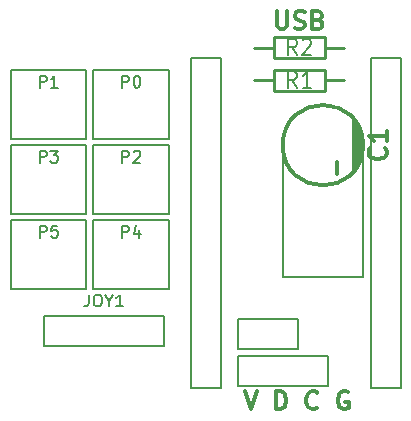
<source format=gbr>
G04 #@! TF.FileFunction,Legend,Top*
%FSLAX46Y46*%
G04 Gerber Fmt 4.6, Leading zero omitted, Abs format (unit mm)*
G04 Created by KiCad (PCBNEW (after 2015-may-01 BZR unknown)-product) date 6/15/2015 7:13:09 PM*
%MOMM*%
G01*
G04 APERTURE LIST*
%ADD10C,0.100000*%
%ADD11C,0.300000*%
%ADD12C,0.150000*%
%ADD13C,0.254000*%
%ADD14C,0.304800*%
%ADD15C,0.203200*%
G04 APERTURE END LIST*
D10*
D11*
X107607143Y-98928571D02*
X107607143Y-100142857D01*
X107678571Y-100285714D01*
X107750000Y-100357143D01*
X107892857Y-100428571D01*
X108178571Y-100428571D01*
X108321429Y-100357143D01*
X108392857Y-100285714D01*
X108464286Y-100142857D01*
X108464286Y-98928571D01*
X109107143Y-100357143D02*
X109321429Y-100428571D01*
X109678572Y-100428571D01*
X109821429Y-100357143D01*
X109892858Y-100285714D01*
X109964286Y-100142857D01*
X109964286Y-100000000D01*
X109892858Y-99857143D01*
X109821429Y-99785714D01*
X109678572Y-99714286D01*
X109392858Y-99642857D01*
X109250000Y-99571429D01*
X109178572Y-99500000D01*
X109107143Y-99357143D01*
X109107143Y-99214286D01*
X109178572Y-99071429D01*
X109250000Y-99000000D01*
X109392858Y-98928571D01*
X109750000Y-98928571D01*
X109964286Y-99000000D01*
X111107143Y-99642857D02*
X111321429Y-99714286D01*
X111392857Y-99785714D01*
X111464286Y-99928571D01*
X111464286Y-100142857D01*
X111392857Y-100285714D01*
X111321429Y-100357143D01*
X111178571Y-100428571D01*
X110607143Y-100428571D01*
X110607143Y-98928571D01*
X111107143Y-98928571D01*
X111250000Y-99000000D01*
X111321429Y-99071429D01*
X111392857Y-99214286D01*
X111392857Y-99357143D01*
X111321429Y-99500000D01*
X111250000Y-99571429D01*
X111107143Y-99642857D01*
X110607143Y-99642857D01*
X104890715Y-131103571D02*
X105390715Y-132603571D01*
X105890715Y-131103571D01*
X107533572Y-132603571D02*
X107533572Y-131103571D01*
X107890715Y-131103571D01*
X108105000Y-131175000D01*
X108247858Y-131317857D01*
X108319286Y-131460714D01*
X108390715Y-131746429D01*
X108390715Y-131960714D01*
X108319286Y-132246429D01*
X108247858Y-132389286D01*
X108105000Y-132532143D01*
X107890715Y-132603571D01*
X107533572Y-132603571D01*
X111033572Y-132460714D02*
X110962143Y-132532143D01*
X110747857Y-132603571D01*
X110605000Y-132603571D01*
X110390715Y-132532143D01*
X110247857Y-132389286D01*
X110176429Y-132246429D01*
X110105000Y-131960714D01*
X110105000Y-131746429D01*
X110176429Y-131460714D01*
X110247857Y-131317857D01*
X110390715Y-131175000D01*
X110605000Y-131103571D01*
X110747857Y-131103571D01*
X110962143Y-131175000D01*
X111033572Y-131246429D01*
X113605000Y-131175000D02*
X113462143Y-131103571D01*
X113247857Y-131103571D01*
X113033572Y-131175000D01*
X112890714Y-131317857D01*
X112819286Y-131460714D01*
X112747857Y-131746429D01*
X112747857Y-131960714D01*
X112819286Y-132246429D01*
X112890714Y-132389286D01*
X113033572Y-132532143D01*
X113247857Y-132603571D01*
X113390714Y-132603571D01*
X113605000Y-132532143D01*
X113676429Y-132460714D01*
X113676429Y-131960714D01*
X113390714Y-131960714D01*
D12*
X102870000Y-102870000D02*
X102870000Y-130810000D01*
X102870000Y-130810000D02*
X100330000Y-130810000D01*
X100330000Y-130810000D02*
X100330000Y-102870000D01*
X102870000Y-102870000D02*
X100330000Y-102870000D01*
X118110000Y-102870000D02*
X118110000Y-130810000D01*
X118110000Y-130810000D02*
X115570000Y-130810000D01*
X115570000Y-130810000D02*
X115570000Y-102870000D01*
X118110000Y-102870000D02*
X115570000Y-102870000D01*
X87884000Y-124714000D02*
X98044000Y-124714000D01*
X98044000Y-124714000D02*
X98044000Y-127254000D01*
X98044000Y-127254000D02*
X87884000Y-127254000D01*
X87884000Y-124714000D02*
X87884000Y-127254000D01*
X109355000Y-124940000D02*
X104275000Y-124940000D01*
X104275000Y-124940000D02*
X104275000Y-127480000D01*
X104275000Y-127480000D02*
X109355000Y-127480000D01*
X109355000Y-127480000D02*
X109355000Y-124940000D01*
X111895000Y-128115000D02*
X104275000Y-128115000D01*
X111895000Y-130655000D02*
X104275000Y-130655000D01*
X104275000Y-128115000D02*
X104275000Y-130655000D01*
X111895000Y-130655000D02*
X111895000Y-128115000D01*
X92050000Y-109715000D02*
X92050000Y-103915000D01*
X92050000Y-103915000D02*
X98450000Y-103915000D01*
X98450000Y-103915000D02*
X98450000Y-109715000D01*
X98450000Y-109715000D02*
X92050000Y-109715000D01*
X85065000Y-109715000D02*
X85065000Y-103915000D01*
X85065000Y-103915000D02*
X91465000Y-103915000D01*
X91465000Y-103915000D02*
X91465000Y-109715000D01*
X91465000Y-109715000D02*
X85065000Y-109715000D01*
X92050000Y-116065000D02*
X92050000Y-110265000D01*
X92050000Y-110265000D02*
X98450000Y-110265000D01*
X98450000Y-110265000D02*
X98450000Y-116065000D01*
X98450000Y-116065000D02*
X92050000Y-116065000D01*
X85065000Y-116065000D02*
X85065000Y-110265000D01*
X85065000Y-110265000D02*
X91465000Y-110265000D01*
X91465000Y-110265000D02*
X91465000Y-116065000D01*
X91465000Y-116065000D02*
X85065000Y-116065000D01*
X92050000Y-122415000D02*
X92050000Y-116615000D01*
X92050000Y-116615000D02*
X98450000Y-116615000D01*
X98450000Y-116615000D02*
X98450000Y-122415000D01*
X98450000Y-122415000D02*
X92050000Y-122415000D01*
X85065000Y-122415000D02*
X85065000Y-116615000D01*
X85065000Y-116615000D02*
X91465000Y-116615000D01*
X91465000Y-116615000D02*
X91465000Y-122415000D01*
X91465000Y-122415000D02*
X85065000Y-122415000D01*
D13*
X107341000Y-104750000D02*
X105690000Y-104750000D01*
X111659000Y-104750000D02*
X113310000Y-104750000D01*
X111659000Y-105639000D02*
X111659000Y-103861000D01*
X111659000Y-103861000D02*
X107341000Y-103861000D01*
X107341000Y-103861000D02*
X107341000Y-105639000D01*
X107341000Y-105639000D02*
X111659000Y-105639000D01*
X107341000Y-102000000D02*
X105690000Y-102000000D01*
X111659000Y-102000000D02*
X113310000Y-102000000D01*
X111659000Y-102889000D02*
X111659000Y-101111000D01*
X111659000Y-101111000D02*
X107341000Y-101111000D01*
X107341000Y-101111000D02*
X107341000Y-102889000D01*
X107341000Y-102889000D02*
X111659000Y-102889000D01*
D12*
X108100000Y-110250000D02*
X108100000Y-121450000D01*
X108100000Y-121450000D02*
X114900000Y-121450000D01*
X114900000Y-110250000D02*
X114900000Y-121450000D01*
D14*
X114100000Y-108150000D02*
X114100000Y-112350000D01*
X114300000Y-108450000D02*
X114300000Y-112050000D01*
X114500000Y-108850000D02*
X114500000Y-111650000D01*
X114700000Y-109450000D02*
X114700000Y-111150000D01*
X114900000Y-110250000D02*
G75*
G03X114900000Y-110250000I-3400000J0D01*
G01*
D11*
X112700000Y-111650000D02*
X112700000Y-112650000D01*
D12*
X91678286Y-122896381D02*
X91678286Y-123610667D01*
X91630666Y-123753524D01*
X91535428Y-123848762D01*
X91392571Y-123896381D01*
X91297333Y-123896381D01*
X92344952Y-122896381D02*
X92535429Y-122896381D01*
X92630667Y-122944000D01*
X92725905Y-123039238D01*
X92773524Y-123229714D01*
X92773524Y-123563048D01*
X92725905Y-123753524D01*
X92630667Y-123848762D01*
X92535429Y-123896381D01*
X92344952Y-123896381D01*
X92249714Y-123848762D01*
X92154476Y-123753524D01*
X92106857Y-123563048D01*
X92106857Y-123229714D01*
X92154476Y-123039238D01*
X92249714Y-122944000D01*
X92344952Y-122896381D01*
X93392571Y-123420190D02*
X93392571Y-123896381D01*
X93059238Y-122896381D02*
X93392571Y-123420190D01*
X93725905Y-122896381D01*
X94583048Y-123896381D02*
X94011619Y-123896381D01*
X94297333Y-123896381D02*
X94297333Y-122896381D01*
X94202095Y-123039238D01*
X94106857Y-123134476D01*
X94011619Y-123182095D01*
X94511905Y-105367381D02*
X94511905Y-104367381D01*
X94892858Y-104367381D01*
X94988096Y-104415000D01*
X95035715Y-104462619D01*
X95083334Y-104557857D01*
X95083334Y-104700714D01*
X95035715Y-104795952D01*
X94988096Y-104843571D01*
X94892858Y-104891190D01*
X94511905Y-104891190D01*
X95702381Y-104367381D02*
X95797620Y-104367381D01*
X95892858Y-104415000D01*
X95940477Y-104462619D01*
X95988096Y-104557857D01*
X96035715Y-104748333D01*
X96035715Y-104986429D01*
X95988096Y-105176905D01*
X95940477Y-105272143D01*
X95892858Y-105319762D01*
X95797620Y-105367381D01*
X95702381Y-105367381D01*
X95607143Y-105319762D01*
X95559524Y-105272143D01*
X95511905Y-105176905D01*
X95464286Y-104986429D01*
X95464286Y-104748333D01*
X95511905Y-104557857D01*
X95559524Y-104462619D01*
X95607143Y-104415000D01*
X95702381Y-104367381D01*
X87526905Y-105367381D02*
X87526905Y-104367381D01*
X87907858Y-104367381D01*
X88003096Y-104415000D01*
X88050715Y-104462619D01*
X88098334Y-104557857D01*
X88098334Y-104700714D01*
X88050715Y-104795952D01*
X88003096Y-104843571D01*
X87907858Y-104891190D01*
X87526905Y-104891190D01*
X89050715Y-105367381D02*
X88479286Y-105367381D01*
X88765000Y-105367381D02*
X88765000Y-104367381D01*
X88669762Y-104510238D01*
X88574524Y-104605476D01*
X88479286Y-104653095D01*
X94511905Y-111717381D02*
X94511905Y-110717381D01*
X94892858Y-110717381D01*
X94988096Y-110765000D01*
X95035715Y-110812619D01*
X95083334Y-110907857D01*
X95083334Y-111050714D01*
X95035715Y-111145952D01*
X94988096Y-111193571D01*
X94892858Y-111241190D01*
X94511905Y-111241190D01*
X95464286Y-110812619D02*
X95511905Y-110765000D01*
X95607143Y-110717381D01*
X95845239Y-110717381D01*
X95940477Y-110765000D01*
X95988096Y-110812619D01*
X96035715Y-110907857D01*
X96035715Y-111003095D01*
X95988096Y-111145952D01*
X95416667Y-111717381D01*
X96035715Y-111717381D01*
X87526905Y-111717381D02*
X87526905Y-110717381D01*
X87907858Y-110717381D01*
X88003096Y-110765000D01*
X88050715Y-110812619D01*
X88098334Y-110907857D01*
X88098334Y-111050714D01*
X88050715Y-111145952D01*
X88003096Y-111193571D01*
X87907858Y-111241190D01*
X87526905Y-111241190D01*
X88431667Y-110717381D02*
X89050715Y-110717381D01*
X88717381Y-111098333D01*
X88860239Y-111098333D01*
X88955477Y-111145952D01*
X89003096Y-111193571D01*
X89050715Y-111288810D01*
X89050715Y-111526905D01*
X89003096Y-111622143D01*
X88955477Y-111669762D01*
X88860239Y-111717381D01*
X88574524Y-111717381D01*
X88479286Y-111669762D01*
X88431667Y-111622143D01*
X94511905Y-118067381D02*
X94511905Y-117067381D01*
X94892858Y-117067381D01*
X94988096Y-117115000D01*
X95035715Y-117162619D01*
X95083334Y-117257857D01*
X95083334Y-117400714D01*
X95035715Y-117495952D01*
X94988096Y-117543571D01*
X94892858Y-117591190D01*
X94511905Y-117591190D01*
X95940477Y-117400714D02*
X95940477Y-118067381D01*
X95702381Y-117019762D02*
X95464286Y-117734048D01*
X96083334Y-117734048D01*
X87526905Y-118067381D02*
X87526905Y-117067381D01*
X87907858Y-117067381D01*
X88003096Y-117115000D01*
X88050715Y-117162619D01*
X88098334Y-117257857D01*
X88098334Y-117400714D01*
X88050715Y-117495952D01*
X88003096Y-117543571D01*
X87907858Y-117591190D01*
X87526905Y-117591190D01*
X89003096Y-117067381D02*
X88526905Y-117067381D01*
X88479286Y-117543571D01*
X88526905Y-117495952D01*
X88622143Y-117448333D01*
X88860239Y-117448333D01*
X88955477Y-117495952D01*
X89003096Y-117543571D01*
X89050715Y-117638810D01*
X89050715Y-117876905D01*
X89003096Y-117972143D01*
X88955477Y-118019762D01*
X88860239Y-118067381D01*
X88622143Y-118067381D01*
X88526905Y-118019762D01*
X88479286Y-117972143D01*
D15*
X109288333Y-105381976D02*
X108865000Y-104716738D01*
X108562619Y-105381976D02*
X108562619Y-103984976D01*
X109046428Y-103984976D01*
X109167381Y-104051500D01*
X109227857Y-104118024D01*
X109288333Y-104251071D01*
X109288333Y-104450643D01*
X109227857Y-104583690D01*
X109167381Y-104650214D01*
X109046428Y-104716738D01*
X108562619Y-104716738D01*
X110497857Y-105381976D02*
X109772143Y-105381976D01*
X110135000Y-105381976D02*
X110135000Y-103984976D01*
X110014048Y-104184548D01*
X109893095Y-104317595D01*
X109772143Y-104384119D01*
X109288333Y-102631976D02*
X108865000Y-101966738D01*
X108562619Y-102631976D02*
X108562619Y-101234976D01*
X109046428Y-101234976D01*
X109167381Y-101301500D01*
X109227857Y-101368024D01*
X109288333Y-101501071D01*
X109288333Y-101700643D01*
X109227857Y-101833690D01*
X109167381Y-101900214D01*
X109046428Y-101966738D01*
X108562619Y-101966738D01*
X109772143Y-101368024D02*
X109832619Y-101301500D01*
X109953571Y-101234976D01*
X110255952Y-101234976D01*
X110376905Y-101301500D01*
X110437381Y-101368024D01*
X110497857Y-101501071D01*
X110497857Y-101634119D01*
X110437381Y-101833690D01*
X109711667Y-102631976D01*
X110497857Y-102631976D01*
D14*
X116744286Y-110504000D02*
X116816857Y-110576571D01*
X116889429Y-110794285D01*
X116889429Y-110939428D01*
X116816857Y-111157143D01*
X116671714Y-111302285D01*
X116526571Y-111374857D01*
X116236286Y-111447428D01*
X116018571Y-111447428D01*
X115728286Y-111374857D01*
X115583143Y-111302285D01*
X115438000Y-111157143D01*
X115365429Y-110939428D01*
X115365429Y-110794285D01*
X115438000Y-110576571D01*
X115510571Y-110504000D01*
X116889429Y-109052571D02*
X116889429Y-109923428D01*
X116889429Y-109488000D02*
X115365429Y-109488000D01*
X115583143Y-109633143D01*
X115728286Y-109778285D01*
X115800857Y-109923428D01*
M02*

</source>
